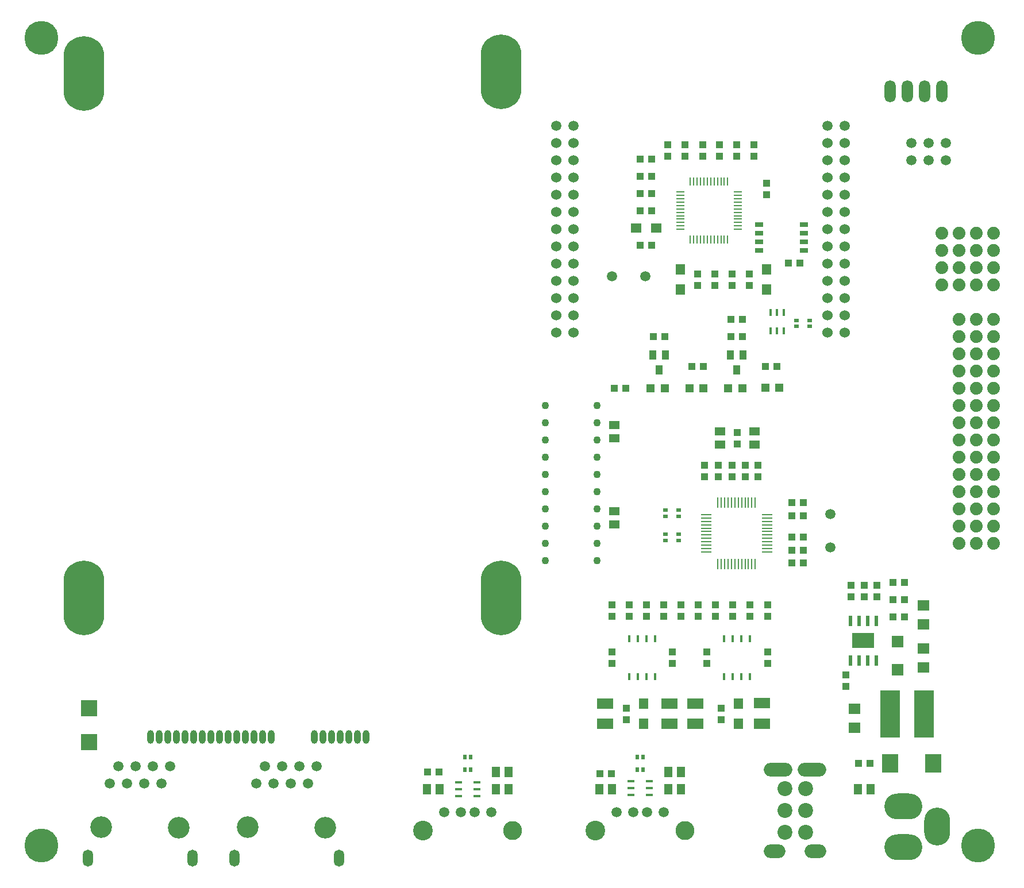
<source format=gtp>
G04 (created by PCBNEW (2013-03-19 BZR 4004)-stable) date 2015/1/4 17:53:05*
%MOIN*%
G04 Gerber Fmt 3.4, Leading zero omitted, Abs format*
%FSLAX34Y34*%
G01*
G70*
G90*
G04 APERTURE LIST*
%ADD10C,0*%
%ADD11R,0.0649606X0.00984252*%
%ADD12R,0.00984252X0.0649606*%
%ADD13R,0.05X0.025*%
%ADD14O,0.0393701X0.0787402*%
%ADD15R,0.11811X0.275591*%
%ADD16R,0.0511X0.059*%
%ADD17R,0.059X0.0511*%
%ADD18R,0.0708X0.0629*%
%ADD19O,0.15X0.22*%
%ADD20O,0.22X0.15*%
%ADD21R,0.0511811X0.00984252*%
%ADD22R,0.00984252X0.0511811*%
%ADD23R,0.015748X0.0393701*%
%ADD24R,0.0393701X0.015748*%
%ADD25C,0.19685*%
%ADD26C,0.06*%
%ADD27C,0.0593*%
%ADD28R,0.023622X0.0629921*%
%ADD29R,0.129921X0.0905512*%
%ADD30C,0.0433071*%
%ADD31R,0.0255906X0.019685*%
%ADD32R,0.019685X0.0255906*%
%ADD33R,0.0393X0.0551*%
%ADD34R,0.0433X0.0393*%
%ADD35R,0.0393X0.0433*%
%ADD36R,0.0472X0.0472*%
%ADD37C,0.0591*%
%ADD38R,0.0944X0.1102*%
%ADD39R,0.0944X0.0944*%
%ADD40R,0.0944X0.0629*%
%ADD41R,0.0551X0.0629*%
%ADD42R,0.0629X0.0551*%
%ADD43R,0.0669291X0.0669291*%
%ADD44C,0.074*%
%ADD45C,0.114173*%
%ADD46C,0.110236*%
%ADD47O,0.0645X0.129*%
%ADD48O,0.23622X0.433071*%
%ADD49C,0.0866142*%
%ADD50O,0.125984X0.0787402*%
%ADD51O,0.165354X0.0787402*%
%ADD52C,0.125984*%
%ADD53O,0.0590551X0.0984252*%
G04 APERTURE END LIST*
G54D10*
G54D11*
X68869Y-59737D03*
X68869Y-59540D03*
X68869Y-59343D03*
X68869Y-59146D03*
X68869Y-58950D03*
X68869Y-58753D03*
X68869Y-58556D03*
X68869Y-58359D03*
X68869Y-58162D03*
X68869Y-57965D03*
X68869Y-57768D03*
X68869Y-57572D03*
G54D12*
X68180Y-56883D03*
X67983Y-56883D03*
X67786Y-56883D03*
X67589Y-56883D03*
X67392Y-56883D03*
X67196Y-56883D03*
X66999Y-56883D03*
X66802Y-56883D03*
X66605Y-56883D03*
X66408Y-56883D03*
X66211Y-56883D03*
X66014Y-56883D03*
G54D11*
X65325Y-57572D03*
X65325Y-57768D03*
X65325Y-57965D03*
X65325Y-58162D03*
X65325Y-58359D03*
X65325Y-58556D03*
X65325Y-58753D03*
X65325Y-58950D03*
X65325Y-59146D03*
X65325Y-59343D03*
X65325Y-59540D03*
X65325Y-59737D03*
G54D12*
X66014Y-60426D03*
X66211Y-60426D03*
X66408Y-60426D03*
X66605Y-60426D03*
X66802Y-60426D03*
X66999Y-60426D03*
X67196Y-60426D03*
X67392Y-60426D03*
X67589Y-60426D03*
X67786Y-60426D03*
X67983Y-60426D03*
X68180Y-60426D03*
G54D13*
X68404Y-40726D03*
X68404Y-41226D03*
X68404Y-41726D03*
X68404Y-42226D03*
X71004Y-42226D03*
X71004Y-41726D03*
X71004Y-41226D03*
X71004Y-40726D03*
G54D14*
X45620Y-70472D03*
X45120Y-70472D03*
X44620Y-70472D03*
X44120Y-70472D03*
X43620Y-70472D03*
X43120Y-70472D03*
X42620Y-70472D03*
X40120Y-70472D03*
X39620Y-70472D03*
X39120Y-70472D03*
X38620Y-70472D03*
X38120Y-70472D03*
X37620Y-70472D03*
X37120Y-70472D03*
X36620Y-70472D03*
X36120Y-70472D03*
X35620Y-70472D03*
X35120Y-70472D03*
X34620Y-70472D03*
X34120Y-70472D03*
X33620Y-70472D03*
X33120Y-70472D03*
G54D15*
X76015Y-69143D03*
X77984Y-69143D03*
G54D16*
X49126Y-73500D03*
X49874Y-73500D03*
X59126Y-73500D03*
X59874Y-73500D03*
X53874Y-73500D03*
X53126Y-73500D03*
X63874Y-73500D03*
X63126Y-73500D03*
X53874Y-72500D03*
X53126Y-72500D03*
X63874Y-72500D03*
X63126Y-72500D03*
X74126Y-73500D03*
X74874Y-73500D03*
G54D17*
X66147Y-52755D03*
X66147Y-53503D03*
X68147Y-52755D03*
X68147Y-53503D03*
G54D18*
X77945Y-66439D03*
X77945Y-65337D03*
X77945Y-62837D03*
X77945Y-63939D03*
X73945Y-69939D03*
X73945Y-68837D03*
G54D19*
X78750Y-75680D03*
G54D20*
X76780Y-74500D03*
X76780Y-76860D03*
G54D21*
X63829Y-38846D03*
X63829Y-39043D03*
X63829Y-39240D03*
X63829Y-39437D03*
X63829Y-39633D03*
X63829Y-39830D03*
X63829Y-40027D03*
X63829Y-40224D03*
X63829Y-40421D03*
X63829Y-40618D03*
X63829Y-40814D03*
X63829Y-41011D03*
G54D22*
X64419Y-41602D03*
X64616Y-41602D03*
X64813Y-41602D03*
X65010Y-41602D03*
X65207Y-41602D03*
X65403Y-41602D03*
X65600Y-41602D03*
X65797Y-41602D03*
X65994Y-41602D03*
X66191Y-41602D03*
X66388Y-41602D03*
X66585Y-41602D03*
G54D21*
X67175Y-41011D03*
X67175Y-40814D03*
X67175Y-40618D03*
X67175Y-40421D03*
X67175Y-40224D03*
X67175Y-40027D03*
X67175Y-39830D03*
X67175Y-39633D03*
X67175Y-39437D03*
X67175Y-39240D03*
X67175Y-39043D03*
X67175Y-38846D03*
G54D22*
X66585Y-38255D03*
X66388Y-38255D03*
X66191Y-38255D03*
X65994Y-38255D03*
X65797Y-38255D03*
X65600Y-38255D03*
X65403Y-38255D03*
X65207Y-38255D03*
X65010Y-38255D03*
X64813Y-38255D03*
X64616Y-38255D03*
X64419Y-38255D03*
G54D23*
X69454Y-46909D03*
X69848Y-46909D03*
X69848Y-45846D03*
X69454Y-45846D03*
X69061Y-45846D03*
X69061Y-46909D03*
G54D24*
X60966Y-73450D03*
X60966Y-73843D03*
X62029Y-73843D03*
X62029Y-73450D03*
X62029Y-73056D03*
X60966Y-73056D03*
X50966Y-73500D03*
X50966Y-73893D03*
X52029Y-73893D03*
X52029Y-73500D03*
X52029Y-73106D03*
X50966Y-73106D03*
G54D25*
X81102Y-76771D03*
X26771Y-76771D03*
X81102Y-29921D03*
G54D26*
X57631Y-47001D03*
X56631Y-47001D03*
X57631Y-46001D03*
X56631Y-46001D03*
X57631Y-45001D03*
X56631Y-45001D03*
X57631Y-44001D03*
X56631Y-44001D03*
X57631Y-43001D03*
X56631Y-43001D03*
X57631Y-42001D03*
X56631Y-42001D03*
X57631Y-41001D03*
X56631Y-41001D03*
X57631Y-40001D03*
X56631Y-40001D03*
X57631Y-39001D03*
X56631Y-39001D03*
X57631Y-38001D03*
X56631Y-38001D03*
X57631Y-37001D03*
X56631Y-37001D03*
X57631Y-36001D03*
X56631Y-36001D03*
G54D27*
X57631Y-35001D03*
X56631Y-35001D03*
G54D26*
X73379Y-47001D03*
X72379Y-47001D03*
X73379Y-46001D03*
X72379Y-46001D03*
X73379Y-45001D03*
X72379Y-45001D03*
X73379Y-44001D03*
X72379Y-44001D03*
X73379Y-43001D03*
X72379Y-43001D03*
X73379Y-42001D03*
X72379Y-42001D03*
X73379Y-41001D03*
X72379Y-41001D03*
X73379Y-40001D03*
X72379Y-40001D03*
X73379Y-39001D03*
X72379Y-39001D03*
X73379Y-38001D03*
X72379Y-38001D03*
X73379Y-37001D03*
X72379Y-37001D03*
X73379Y-36001D03*
X72379Y-36001D03*
G54D27*
X73379Y-35001D03*
X72379Y-35001D03*
G54D28*
X73695Y-66038D03*
X74195Y-66038D03*
X74695Y-66038D03*
X75195Y-66038D03*
X75195Y-63738D03*
X74695Y-63738D03*
X74195Y-63738D03*
X73695Y-63738D03*
G54D29*
X74445Y-64888D03*
G54D30*
X59000Y-60250D03*
X59000Y-59250D03*
X59000Y-58250D03*
X59000Y-57250D03*
X59000Y-56250D03*
X59000Y-55250D03*
X59000Y-54250D03*
X59000Y-53250D03*
X59000Y-52250D03*
X59000Y-51250D03*
X56000Y-51250D03*
X56000Y-52250D03*
X56000Y-53250D03*
X56000Y-54250D03*
X56000Y-55250D03*
X56000Y-56250D03*
X56000Y-57250D03*
X56000Y-58250D03*
X56000Y-59250D03*
X56000Y-60250D03*
G54D31*
X71328Y-46299D03*
X71328Y-46653D03*
X70580Y-46653D03*
X70580Y-46299D03*
G54D32*
X61322Y-71625D03*
X61677Y-71625D03*
X61677Y-72374D03*
X61322Y-72374D03*
G54D31*
X63724Y-58722D03*
X63724Y-59077D03*
X62975Y-59077D03*
X62975Y-58722D03*
G54D32*
X51322Y-71625D03*
X51677Y-71625D03*
X51677Y-72374D03*
X51322Y-72374D03*
G54D33*
X67472Y-48293D03*
X66724Y-48293D03*
X67098Y-49159D03*
X62972Y-48293D03*
X62224Y-48293D03*
X62598Y-49159D03*
G54D34*
X74500Y-62334D03*
X74500Y-61666D03*
X67102Y-36095D03*
X67102Y-36763D03*
X66852Y-43595D03*
X66852Y-44263D03*
G54D35*
X66764Y-47226D03*
X67432Y-47226D03*
G54D34*
X68347Y-54720D03*
X68347Y-55388D03*
G54D35*
X67432Y-46226D03*
X66764Y-46226D03*
X62266Y-47250D03*
X62934Y-47250D03*
G54D34*
X60860Y-62795D03*
X60860Y-63463D03*
G54D35*
X76166Y-62500D03*
X76834Y-62500D03*
X76834Y-63500D03*
X76166Y-63500D03*
X60014Y-50226D03*
X60682Y-50226D03*
X64514Y-48976D03*
X65182Y-48976D03*
G54D34*
X68102Y-36095D03*
X68102Y-36763D03*
G54D35*
X76834Y-61500D03*
X76166Y-61500D03*
X68764Y-48976D03*
X69432Y-48976D03*
G54D34*
X63860Y-62795D03*
X63860Y-63463D03*
X66860Y-62795D03*
X66860Y-63463D03*
X68897Y-62795D03*
X68897Y-63463D03*
X65860Y-62795D03*
X65860Y-63463D03*
X61860Y-62795D03*
X61860Y-63463D03*
X64860Y-62795D03*
X64860Y-63463D03*
X62860Y-62795D03*
X62860Y-63463D03*
G54D35*
X62186Y-38929D03*
X61518Y-38929D03*
X62186Y-39929D03*
X61518Y-39929D03*
G54D34*
X67860Y-62795D03*
X67860Y-63463D03*
X64102Y-36095D03*
X64102Y-36763D03*
X63102Y-36095D03*
X63102Y-36763D03*
G54D35*
X62186Y-36929D03*
X61518Y-36929D03*
X70981Y-59629D03*
X70313Y-59629D03*
X70981Y-60379D03*
X70313Y-60379D03*
X70313Y-57629D03*
X70981Y-57629D03*
G54D36*
X66610Y-50251D03*
X67436Y-50251D03*
X62110Y-50251D03*
X62936Y-50251D03*
X69586Y-50201D03*
X68760Y-50201D03*
X64360Y-50251D03*
X65186Y-50251D03*
G54D37*
X59887Y-43726D03*
X61809Y-43726D03*
G54D38*
X76010Y-72000D03*
X78490Y-72000D03*
G54D39*
X29550Y-70784D03*
X29550Y-68816D03*
G54D40*
X64716Y-68539D03*
X64716Y-69719D03*
X63216Y-68539D03*
X63216Y-69719D03*
X59466Y-68539D03*
X59466Y-69719D03*
X68578Y-68518D03*
X68578Y-69698D03*
G54D41*
X61716Y-68539D03*
X61716Y-69719D03*
X67216Y-68539D03*
X67216Y-69719D03*
X63852Y-43339D03*
X63852Y-44519D03*
G54D42*
X62442Y-40929D03*
X61262Y-40929D03*
G54D41*
X68852Y-43339D03*
X68852Y-44519D03*
G54D17*
X60000Y-58124D03*
X60000Y-57376D03*
X60000Y-53124D03*
X60000Y-52376D03*
G54D35*
X68897Y-66213D03*
X68897Y-65545D03*
G54D34*
X70120Y-42976D03*
X70788Y-42976D03*
X62186Y-41929D03*
X61518Y-41929D03*
G54D35*
X67852Y-43595D03*
X67852Y-44263D03*
X68852Y-38345D03*
X68852Y-39013D03*
X65152Y-36763D03*
X65152Y-36095D03*
X64852Y-43595D03*
X64852Y-44263D03*
X65852Y-43595D03*
X65852Y-44263D03*
X66102Y-36763D03*
X66102Y-36095D03*
X66216Y-68795D03*
X66216Y-69463D03*
X60716Y-68795D03*
X60716Y-69463D03*
G54D34*
X49166Y-72500D03*
X49834Y-72500D03*
X59166Y-72600D03*
X59834Y-72600D03*
X70981Y-58879D03*
X70313Y-58879D03*
G54D35*
X66047Y-55388D03*
X66047Y-54720D03*
X67597Y-55388D03*
X67597Y-54720D03*
X66847Y-55388D03*
X66847Y-54720D03*
X67147Y-53463D03*
X67147Y-52795D03*
G54D34*
X70313Y-56879D03*
X70981Y-56879D03*
G54D35*
X65247Y-55388D03*
X65247Y-54720D03*
X59860Y-63463D03*
X59860Y-62795D03*
X65360Y-66213D03*
X65360Y-65545D03*
X59860Y-66213D03*
X59860Y-65545D03*
X63360Y-66213D03*
X63360Y-65545D03*
X75250Y-61666D03*
X75250Y-62334D03*
X73454Y-66887D03*
X73454Y-67555D03*
X73750Y-61666D03*
X73750Y-62334D03*
G54D34*
X74834Y-72000D03*
X74166Y-72000D03*
X62186Y-37929D03*
X61518Y-37929D03*
G54D43*
X76445Y-64930D03*
X76445Y-66583D03*
G54D23*
X62360Y-64779D03*
X61860Y-64779D03*
X61360Y-64779D03*
X60860Y-64779D03*
X62360Y-66979D03*
X61860Y-66979D03*
X61360Y-66979D03*
X60860Y-66979D03*
X67860Y-64779D03*
X67360Y-64779D03*
X66860Y-64779D03*
X66360Y-64779D03*
X67860Y-66979D03*
X67360Y-66979D03*
X66860Y-66979D03*
X66360Y-66979D03*
G54D31*
X63724Y-57322D03*
X63724Y-57677D03*
X62975Y-57677D03*
X62975Y-57322D03*
G54D44*
X82000Y-50250D03*
X81000Y-50250D03*
X80000Y-50250D03*
X82000Y-49250D03*
X81000Y-49250D03*
X80000Y-49250D03*
X82000Y-54250D03*
X81000Y-54250D03*
X80000Y-54250D03*
X82000Y-51250D03*
X81000Y-51250D03*
X80000Y-51250D03*
X82000Y-48250D03*
X81000Y-48250D03*
X80000Y-48250D03*
X82000Y-52250D03*
X81000Y-52250D03*
X80000Y-52250D03*
X82000Y-53250D03*
X81000Y-53250D03*
X80000Y-53250D03*
X82000Y-55250D03*
X81000Y-55250D03*
X80000Y-55250D03*
X82000Y-59250D03*
X81000Y-59250D03*
X80000Y-59250D03*
X82000Y-46250D03*
X81000Y-46250D03*
X80000Y-46250D03*
X82000Y-47250D03*
X81000Y-47250D03*
X80000Y-47250D03*
G54D27*
X61106Y-74856D03*
X61893Y-74856D03*
X62877Y-74856D03*
X60122Y-74856D03*
G54D45*
X58901Y-75919D03*
G54D46*
X64098Y-75919D03*
G54D27*
X51106Y-74856D03*
X51893Y-74856D03*
X52877Y-74856D03*
X50122Y-74856D03*
G54D45*
X48901Y-75919D03*
G54D46*
X54098Y-75919D03*
G54D47*
X76000Y-33000D03*
X77000Y-33000D03*
X78000Y-33000D03*
X79000Y-33000D03*
G54D25*
X26771Y-29921D03*
G54D48*
X53444Y-31889D03*
X29232Y-31988D03*
X53444Y-62401D03*
X29232Y-62401D03*
G54D44*
X82000Y-42250D03*
X81000Y-42250D03*
X80000Y-42250D03*
X79000Y-42250D03*
X82000Y-41250D03*
X81000Y-41250D03*
X80000Y-41250D03*
X79000Y-41250D03*
X82000Y-43250D03*
X81000Y-43250D03*
X80000Y-43250D03*
X79000Y-43250D03*
X79000Y-44250D03*
X80000Y-44250D03*
X81000Y-44250D03*
X82000Y-44250D03*
X82000Y-58250D03*
X81000Y-58250D03*
X80000Y-58250D03*
X82000Y-57250D03*
X81000Y-57250D03*
X80000Y-57250D03*
X82000Y-56250D03*
X81000Y-56250D03*
X80000Y-56250D03*
G54D49*
X71090Y-76009D03*
X69909Y-76009D03*
X71090Y-74750D03*
X69909Y-74750D03*
X71090Y-73490D03*
X69909Y-73490D03*
G54D50*
X69318Y-77112D03*
X71681Y-77112D03*
G54D51*
X71484Y-72387D03*
X69515Y-72387D03*
G54D27*
X77250Y-37000D03*
X77250Y-36000D03*
X78250Y-37000D03*
X78250Y-36000D03*
X79250Y-37000D03*
X79250Y-36000D03*
G54D37*
X72550Y-57539D03*
X72550Y-59461D03*
G54D27*
X40750Y-72181D03*
X41250Y-73181D03*
X42250Y-73181D03*
X42750Y-72181D03*
X41750Y-72181D03*
X39250Y-73181D03*
X39750Y-72181D03*
X40250Y-73181D03*
G54D52*
X38755Y-75710D03*
X43244Y-75750D03*
G54D53*
X44031Y-77521D03*
X37968Y-77521D03*
G54D27*
X32250Y-72181D03*
X32750Y-73181D03*
X33750Y-73181D03*
X34250Y-72181D03*
X33250Y-72181D03*
X30750Y-73181D03*
X31250Y-72181D03*
X31750Y-73181D03*
G54D52*
X30255Y-75710D03*
X34744Y-75750D03*
G54D53*
X35531Y-77521D03*
X29468Y-77521D03*
M02*

</source>
